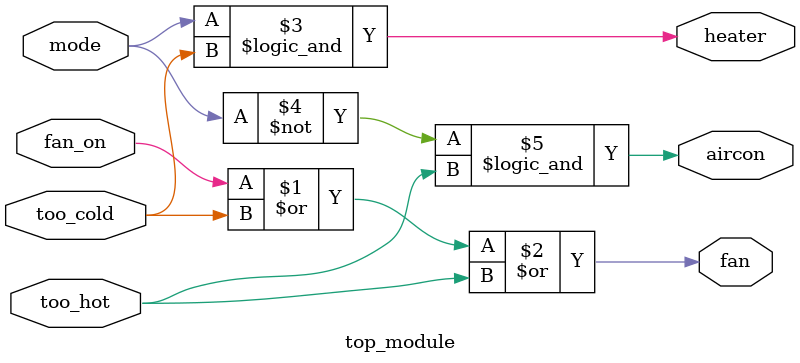
<source format=sv>
module top_module(
  input mode,
  input too_cold,
  input too_hot,
  input fan_on,
  output heater,
  output aircon,
  output fan
);

  // Control the fan
  assign fan = (fan_on | too_cold | too_hot);

  // Control the heater
  assign heater = (mode && too_cold);

  // Control the air conditioner
  assign aircon = (~mode && too_hot);

endmodule

</source>
